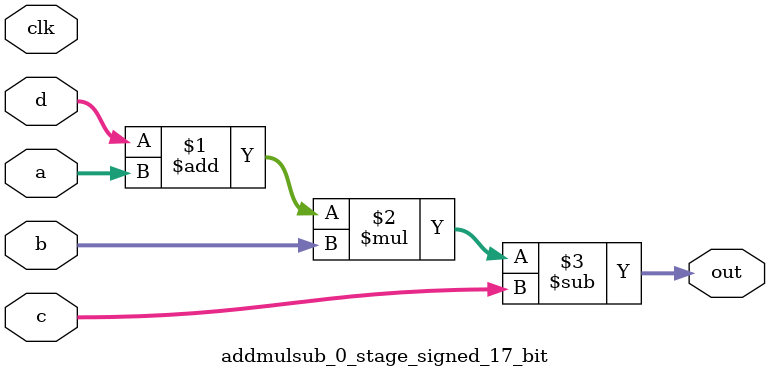
<source format=sv>
(* use_dsp = "yes" *) module addmulsub_0_stage_signed_17_bit(
	input signed [16:0] a,
	input signed [16:0] b,
	input signed [16:0] c,
	input signed [16:0] d,
	output [16:0] out,
	input clk);

	assign out = ((d + a) * b) - c;
endmodule

</source>
